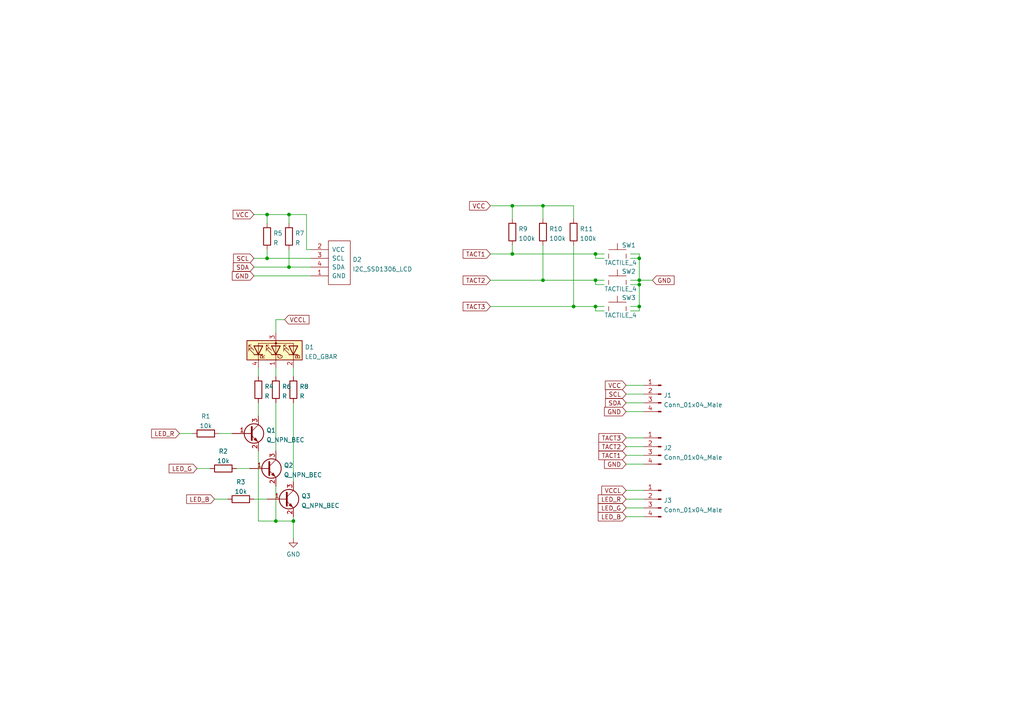
<source format=kicad_sch>
(kicad_sch (version 20211123) (generator eeschema)
  (paper "A4")
  (lib_symbols
    (symbol "Connector:Conn_01x04_Male" (pin_names (offset 1.016) hide)
      (property "Reference" "J" (at 0 5.08 0))
      (property "Value" "Conn_01x04_Male" (at 0 -7.62 0))
      (symbol "Conn_01x04_Male_1_1"
        (polyline (pts (xy 1.27 -5.08) (xy 0.8636 -5.08)) (stroke (width 0.1524)))
        (polyline (pts (xy 1.27 -2.54) (xy 0.8636 -2.54)) (stroke (width 0.1524)))
        (polyline (pts (xy 1.27 0) (xy 0.8636 0)) (stroke (width 0.1524)))
        (polyline (pts (xy 1.27 2.54) (xy 0.8636 2.54)) (stroke (width 0.1524)))
        (rectangle (start 0.8636 -4.953) (end 0 -5.207) (stroke (width 0.1524)) (fill (type outline)))
        (rectangle (start 0.8636 -2.413) (end 0 -2.667) (stroke (width 0.1524)) (fill (type outline)))
        (rectangle (start 0.8636 0.127) (end 0 -0.127) (stroke (width 0.1524)) (fill (type outline)))
        (rectangle (start 0.8636 2.667) (end 0 2.413) (stroke (width 0.1524)) (fill (type outline)))
        (pin passive line (at 5.08 2.54 180) (length 3.81) (name "Pin_1") (number "1"))
        (pin passive line (at 5.08 0 180) (length 3.81) (name "Pin_2") (number "2"))
        (pin passive line (at 5.08 -2.54 180) (length 3.81) (name "Pin_3") (number "3"))
        (pin passive line (at 5.08 -5.08 180) (length 3.81) (name "Pin_4") (number "4"))
      )
    )
    (symbol "Device:LED_GBAR" (pin_names (offset 0) hide)
      (property "Reference" "D" (at 0 9.398 0))
      (property "Value" "LED_GBAR" (at 0 -8.89 0))
      (symbol "LED_GBAR_0_0"
        (text "B" (at -1.905 -6.35 0) (effects (font (size 1.27 1.27))))
        (text "G" (at -1.905 -1.27 0) (effects (font (size 1.27 1.27))))
        (text "R" (at -1.905 3.81 0) (effects (font (size 1.27 1.27))))
      )
      (symbol "LED_GBAR_0_1"
        (polyline (pts (xy -1.27 -5.08) (xy -2.54 -5.08)))
        (polyline (pts (xy -1.27 -5.08) (xy 1.27 -5.08)))
        (polyline (pts (xy -1.27 -3.81) (xy -1.27 -6.35)) (stroke (width 0.254)))
        (polyline (pts (xy -1.27 0) (xy -2.54 0)))
        (polyline (pts (xy -1.27 1.27) (xy -1.27 -1.27)) (stroke (width 0.254)))
        (polyline (pts (xy -1.27 5.08) (xy -2.54 5.08)))
        (polyline (pts (xy -1.27 5.08) (xy 1.27 5.08)))
        (polyline (pts (xy -1.27 6.35) (xy -1.27 3.81)) (stroke (width 0.254)))
        (polyline (pts (xy 1.27 0) (xy -1.27 0)))
        (polyline (pts (xy 1.27 0) (xy 2.54 0)))
        (polyline (pts (xy -1.27 1.27) (xy -1.27 -1.27) (xy -1.27 -1.27)))
        (polyline (pts (xy -1.27 6.35) (xy -1.27 3.81) (xy -1.27 3.81)))
        (polyline (pts (xy 1.27 -5.08) (xy 2.032 -5.08) (xy 2.032 5.08) (xy 1.27 5.08)))
        (polyline (pts (xy 1.27 -3.81) (xy 1.27 -6.35) (xy -1.27 -5.08) (xy 1.27 -3.81)) (stroke (width 0.254)))
        (polyline (pts (xy 1.27 1.27) (xy 1.27 -1.27) (xy -1.27 0) (xy 1.27 1.27)) (stroke (width 0.254)))
        (polyline (pts (xy 1.27 6.35) (xy 1.27 3.81) (xy -1.27 5.08) (xy 1.27 6.35)) (stroke (width 0.254)))
        (polyline (pts (xy -1.016 -3.81) (xy 0.508 -2.286) (xy -0.254 -2.286) (xy 0.508 -2.286) (xy 0.508 -3.048)))
        (polyline (pts (xy -1.016 1.27) (xy 0.508 2.794) (xy -0.254 2.794) (xy 0.508 2.794) (xy 0.508 2.032)))
        (polyline (pts (xy -1.016 6.35) (xy 0.508 7.874) (xy -0.254 7.874) (xy 0.508 7.874) (xy 0.508 7.112)))
        (polyline (pts (xy 0 -3.81) (xy 1.524 -2.286) (xy 0.762 -2.286) (xy 1.524 -2.286) (xy 1.524 -3.048)))
        (polyline (pts (xy 0 1.27) (xy 1.524 2.794) (xy 0.762 2.794) (xy 1.524 2.794) (xy 1.524 2.032)))
        (polyline (pts (xy 0 6.35) (xy 1.524 7.874) (xy 0.762 7.874) (xy 1.524 7.874) (xy 1.524 7.112)))
        (rectangle (start 1.27 -1.27) (end 1.27 1.27))
        (rectangle (start 1.27 1.27) (end 1.27 1.27))
        (rectangle (start 1.27 3.81) (end 1.27 6.35))
        (rectangle (start 1.27 6.35) (end 1.27 6.35))
        (circle (center 2.032 0) (radius 0.254) (fill (type outline)))
        (rectangle (start 2.794 8.382) (end -2.794 -7.62) (stroke (width 0.254)) (fill (type background)))
      )
      (symbol "LED_GBAR_1_1"
        (pin passive line (at -5.08 0 0) (length 2.54) (name "GK") (number "1"))
        (pin passive line (at -5.08 -5.08 0) (length 2.54) (name "BK") (number "2"))
        (pin passive line (at 5.08 0 180) (length 2.54) (name "A") (number "3"))
        (pin passive line (at -5.08 5.08 0) (length 2.54) (name "RK") (number "4"))
      )
    )
    (symbol "Device:Q_NPN_BEC" (pin_names (offset 0) hide)
      (property "Reference" "Q" (at 5.08 1.27 0))
      (property "Value" "Q_NPN_BEC" (at 5.08 -1.27 0))
      (symbol "Q_NPN_BEC_0_1"
        (polyline (pts (xy 0.635 0.635) (xy 2.54 2.54)))
        (polyline (pts (xy 0.635 -0.635) (xy 2.54 -2.54) (xy 2.54 -2.54)))
        (polyline (pts (xy 0.635 1.905) (xy 0.635 -1.905) (xy 0.635 -1.905)) (stroke (width 0.508)))
        (polyline (pts (xy 1.27 -1.778) (xy 1.778 -1.27) (xy 2.286 -2.286) (xy 1.27 -1.778) (xy 1.27 -1.778)) (fill (type outline)))
        (circle (center 1.27 0) (radius 2.8194) (stroke (width 0.254)))
      )
      (symbol "Q_NPN_BEC_1_1"
        (pin input line (at -5.08 0 0) (length 5.715) (name "B") (number "1"))
        (pin passive line (at 2.54 -5.08 90) (length 2.54) (name "E") (number "2"))
        (pin passive line (at 2.54 5.08 270) (length 2.54) (name "C") (number "3"))
      )
    )
    (symbol "Device:R" (pin_numbers hide) (pin_names (offset 0))
      (property "Reference" "R" (at 2.032 0 90))
      (property "Value" "R" (at 0 0 90))
      (symbol "R_0_1"
        (rectangle (start -1.016 -2.54) (end 1.016 2.54) (stroke (width 0.254)))
      )
      (symbol "R_1_1"
        (pin passive line (at 0 3.81 270) (length 1.27) (name "~") (number "1"))
        (pin passive line (at 0 -3.81 90) (length 1.27) (name "~") (number "2"))
      )
    )
    (symbol "Ninja-qPCR:I2C_SSD1306_LCD" (pin_names (offset 1.016))
      (property "Reference" "D" (at 2.54 3.81 0))
      (property "Value" "I2C_SSD1306_LCD" (at 3.81 -12.7 0))
      (symbol "I2C_SSD1306_LCD_0_1"
        (rectangle (start 0 2.54) (end 6.35 -10.16))
      )
      (symbol "I2C_SSD1306_LCD_1_1"
        (pin input line (at -5.08 -7.62 0) (length 5.08) (name "GND") (number "1"))
        (pin input line (at -5.08 0 0) (length 5.08) (name "VCC") (number "2"))
        (pin input line (at -5.08 -2.54 0) (length 5.08) (name "SCL") (number "3"))
        (pin input line (at -5.08 -5.08 0) (length 5.08) (name "SDA") (number "4"))
      )
    )
    (symbol "Ninja-qPCR:TACTILE_4" (pin_numbers hide) (pin_names (offset 1.016) hide)
      (property "Reference" "SW" (at 1.27 2.54 0))
      (property "Value" "TACTILE_4" (at 0 -3.81 0))
      (symbol "TACTILE_4_0_1"
        (polyline (pts (xy -2.54 0) (xy -2.54 -1.27)))
        (polyline (pts (xy 0 1.27) (xy 0 3.048)))
        (polyline (pts (xy 2.54 0) (xy 2.54 -1.27)))
        (polyline (pts (xy 2.54 1.27) (xy -2.54 1.27)))
      )
      (symbol "TACTILE_4_1_1"
        (pin passive line (at -3.81 0 0) (length 2.54) hide (name "1") (number "1"))
        (pin passive line (at -3.81 -1.27 0) (length 2.54) hide (name "2") (number "2"))
        (pin passive line (at 3.81 0 180) (length 2.54) hide (name "3") (number "3"))
        (pin passive line (at 3.81 -1.27 180) (length 2.54) hide (name "4") (number "4"))
      )
    )
    (symbol "power:GND" (power) (pin_names (offset 0))
      (property "Value" "GND" (at 0 -3.81 0))
      (symbol "GND_0_1"
        (polyline (pts (xy 0 0) (xy 0 -1.27) (xy 1.27 -1.27) (xy 0 -2.54) (xy -1.27 -1.27) (xy 0 -1.27)))
      )
      (symbol "GND_1_1"
        (pin power_in line (at 0 0 270) (length 0) hide (name "GND") (number "1"))
      )
    )
  )
  (junction (at 185.42 82.55))
  (junction (at 85.09 151.13))
  (junction (at 157.48 59.69))
  (junction (at 83.82 77.47))
  (junction (at 77.47 74.93))
  (junction (at 77.47 62.23))
  (junction (at 80.01 151.13))
  (junction (at 148.59 59.69))
  (junction (at 172.72 73.66))
  (junction (at 83.82 62.23))
  (junction (at 172.72 88.9))
  (junction (at 185.42 88.9))
  (junction (at 166.37 88.9))
  (junction (at 172.72 81.28))
  (junction (at 185.42 81.28))
  (junction (at 185.42 74.93))
  (junction (at 157.48 81.28))
  (junction (at 148.59 73.66))
  (wire (pts (xy 74.93 151.13) (xy 80.01 151.13)))
  (wire (pts (xy 142.24 59.69) (xy 148.59 59.69)))
  (wire (pts (xy 80.01 92.71) (xy 80.01 96.52)))
  (wire (pts (xy 74.93 106.68) (xy 74.93 109.22)))
  (wire (pts (xy 85.09 106.68) (xy 85.09 109.22)))
  (wire (pts (xy 185.42 81.28) (xy 185.42 82.55)))
  (wire (pts (xy 52.07 125.73) (xy 55.88 125.73)))
  (wire (pts (xy 63.5 125.73) (xy 67.31 125.73)))
  (wire (pts (xy 142.24 88.9) (xy 166.37 88.9)))
  (wire (pts (xy 57.15 135.89) (xy 60.96 135.89)))
  (wire (pts (xy 83.82 77.47) (xy 90.17 77.47)))
  (wire (pts (xy 166.37 88.9) (xy 172.72 88.9)))
  (wire (pts (xy 73.66 74.93) (xy 77.47 74.93)))
  (wire (pts (xy 157.48 59.69) (xy 166.37 59.69)))
  (wire (pts (xy 181.61 142.24) (xy 186.69 142.24)))
  (wire (pts (xy 85.09 116.84) (xy 85.09 139.7)))
  (wire (pts (xy 148.59 71.12) (xy 148.59 73.66)))
  (wire (pts (xy 185.42 88.9) (xy 185.42 90.17)))
  (wire (pts (xy 157.48 71.12) (xy 157.48 81.28)))
  (wire (pts (xy 175.26 82.55) (xy 172.72 82.55)))
  (wire (pts (xy 181.61 147.32) (xy 186.69 147.32)))
  (wire (pts (xy 181.61 116.84) (xy 186.69 116.84)))
  (wire (pts (xy 85.09 151.13) (xy 85.09 156.21)))
  (wire (pts (xy 181.61 129.54) (xy 186.69 129.54)))
  (wire (pts (xy 77.47 62.23) (xy 83.82 62.23)))
  (wire (pts (xy 181.61 134.62) (xy 186.69 134.62)))
  (wire (pts (xy 62.23 144.78) (xy 66.04 144.78)))
  (wire (pts (xy 185.42 82.55) (xy 185.42 88.9)))
  (wire (pts (xy 142.24 73.66) (xy 148.59 73.66)))
  (wire (pts (xy 82.55 92.71) (xy 80.01 92.71)))
  (wire (pts (xy 74.93 130.81) (xy 74.93 151.13)))
  (wire (pts (xy 175.26 74.93) (xy 172.72 74.93)))
  (wire (pts (xy 172.72 81.28) (xy 172.72 82.55)))
  (wire (pts (xy 182.88 88.9) (xy 185.42 88.9)))
  (wire (pts (xy 148.59 59.69) (xy 157.48 59.69)))
  (wire (pts (xy 80.01 151.13) (xy 85.09 151.13)))
  (wire (pts (xy 181.61 144.78) (xy 186.69 144.78)))
  (wire (pts (xy 80.01 106.68) (xy 80.01 109.22)))
  (wire (pts (xy 172.72 73.66) (xy 172.72 74.93)))
  (wire (pts (xy 157.48 59.69) (xy 157.48 63.5)))
  (wire (pts (xy 166.37 63.5) (xy 166.37 59.69)))
  (wire (pts (xy 88.9 62.23) (xy 88.9 72.39)))
  (wire (pts (xy 73.66 62.23) (xy 77.47 62.23)))
  (wire (pts (xy 172.72 88.9) (xy 172.72 90.17)))
  (wire (pts (xy 148.59 59.69) (xy 148.59 63.5)))
  (wire (pts (xy 175.26 90.17) (xy 172.72 90.17)))
  (wire (pts (xy 148.59 73.66) (xy 172.72 73.66)))
  (wire (pts (xy 68.58 135.89) (xy 72.39 135.89)))
  (wire (pts (xy 80.01 140.97) (xy 80.01 151.13)))
  (wire (pts (xy 181.61 149.86) (xy 186.69 149.86)))
  (wire (pts (xy 182.88 82.55) (xy 185.42 82.55)))
  (wire (pts (xy 80.01 116.84) (xy 80.01 130.81)))
  (wire (pts (xy 182.88 90.17) (xy 185.42 90.17)))
  (wire (pts (xy 85.09 149.86) (xy 85.09 151.13)))
  (wire (pts (xy 166.37 71.12) (xy 166.37 88.9)))
  (wire (pts (xy 181.61 132.08) (xy 186.69 132.08)))
  (wire (pts (xy 172.72 73.66) (xy 175.26 73.66)))
  (wire (pts (xy 181.61 119.38) (xy 186.69 119.38)))
  (wire (pts (xy 181.61 114.3) (xy 186.69 114.3)))
  (wire (pts (xy 181.61 111.76) (xy 186.69 111.76)))
  (wire (pts (xy 73.66 144.78) (xy 77.47 144.78)))
  (wire (pts (xy 83.82 62.23) (xy 83.82 64.77)))
  (wire (pts (xy 73.66 77.47) (xy 83.82 77.47)))
  (wire (pts (xy 157.48 81.28) (xy 172.72 81.28)))
  (wire (pts (xy 83.82 72.39) (xy 83.82 77.47)))
  (wire (pts (xy 83.82 62.23) (xy 88.9 62.23)))
  (wire (pts (xy 142.24 81.28) (xy 157.48 81.28)))
  (wire (pts (xy 182.88 73.66) (xy 185.42 73.66)))
  (wire (pts (xy 77.47 72.39) (xy 77.47 74.93)))
  (wire (pts (xy 182.88 81.28) (xy 185.42 81.28)))
  (wire (pts (xy 74.93 116.84) (xy 74.93 120.65)))
  (wire (pts (xy 185.42 81.28) (xy 189.23 81.28)))
  (wire (pts (xy 185.42 73.66) (xy 185.42 74.93)))
  (wire (pts (xy 88.9 72.39) (xy 90.17 72.39)))
  (wire (pts (xy 182.88 74.93) (xy 185.42 74.93)))
  (wire (pts (xy 172.72 81.28) (xy 175.26 81.28)))
  (wire (pts (xy 185.42 74.93) (xy 185.42 81.28)))
  (wire (pts (xy 73.66 80.01) (xy 90.17 80.01)))
  (wire (pts (xy 77.47 62.23) (xy 77.47 64.77)))
  (wire (pts (xy 77.47 74.93) (xy 90.17 74.93)))
  (wire (pts (xy 181.61 127) (xy 186.69 127)))
  (wire (pts (xy 172.72 88.9) (xy 175.26 88.9)))
  (global_label "VCCL" (shape input) (at 82.55 92.71 0) (property "Intersheet References" "${INTERSHEET_REFS}" (effects hide)))
  (global_label "TACT3" (shape input) (at 181.61 127 180) (property "Intersheet References" "${INTERSHEET_REFS}" (effects hide)))
  (global_label "TACT1" (shape input) (at 181.61 132.08 180) (property "Intersheet References" "${INTERSHEET_REFS}" (effects hide)))
  (global_label "LED_G" (shape input) (at 181.61 147.32 180) (property "Intersheet References" "${INTERSHEET_REFS}" (effects hide)))
  (global_label "TACT1" (shape input) (at 142.24 73.66 180) (property "Intersheet References" "${INTERSHEET_REFS}" (effects hide)))
  (global_label "GND" (shape input) (at 181.61 134.62 180) (property "Intersheet References" "${INTERSHEET_REFS}" (effects hide)))
  (global_label "LED_B" (shape input) (at 62.23 144.78 180) (property "Intersheet References" "${INTERSHEET_REFS}" (effects hide)))
  (global_label "GND" (shape input) (at 189.23 81.28 0) (property "Intersheet References" "${INTERSHEET_REFS}" (effects hide)))
  (global_label "TACT2" (shape input) (at 142.24 81.28 180) (property "Intersheet References" "${INTERSHEET_REFS}" (effects hide)))
  (global_label "SDA" (shape input) (at 73.66 77.47 180) (property "Intersheet References" "${INTERSHEET_REFS}" (effects hide)))
  (global_label "VCC" (shape input) (at 142.24 59.69 180) (property "Intersheet References" "${INTERSHEET_REFS}" (effects hide)))
  (global_label "SCL" (shape input) (at 181.61 114.3 180) (property "Intersheet References" "${INTERSHEET_REFS}" (effects hide)))
  (global_label "LED_R" (shape input) (at 181.61 144.78 180) (property "Intersheet References" "${INTERSHEET_REFS}" (effects hide)))
  (global_label "VCCL" (shape input) (at 181.61 142.24 180) (property "Intersheet References" "${INTERSHEET_REFS}" (effects hide)))
  (global_label "TACT3" (shape input) (at 142.24 88.9 180) (property "Intersheet References" "${INTERSHEET_REFS}" (effects hide)))
  (global_label "LED_R" (shape input) (at 52.07 125.73 180) (property "Intersheet References" "${INTERSHEET_REFS}" (effects hide)))
  (global_label "GND" (shape input) (at 181.61 119.38 180) (property "Intersheet References" "${INTERSHEET_REFS}" (effects hide)))
  (global_label "GND" (shape input) (at 73.66 80.01 180) (property "Intersheet References" "${INTERSHEET_REFS}" (effects hide)))
  (global_label "LED_G" (shape input) (at 57.15 135.89 180) (property "Intersheet References" "${INTERSHEET_REFS}" (effects hide)))
  (global_label "SCL" (shape input) (at 73.66 74.93 180) (property "Intersheet References" "${INTERSHEET_REFS}" (effects hide)))
  (global_label "SDA" (shape input) (at 181.61 116.84 180) (property "Intersheet References" "${INTERSHEET_REFS}" (effects hide)))
  (global_label "VCC" (shape input) (at 73.66 62.23 180) (property "Intersheet References" "${INTERSHEET_REFS}" (effects hide)))
  (global_label "VCC" (shape input) (at 181.61 111.76 180) (property "Intersheet References" "${INTERSHEET_REFS}" (effects hide)))
  (global_label "LED_B" (shape input) (at 181.61 149.86 180) (property "Intersheet References" "${INTERSHEET_REFS}" (effects hide)))
  (global_label "TACT2" (shape input) (at 181.61 129.54 180) (property "Intersheet References" "${INTERSHEET_REFS}" (effects hide)))
  (symbol (lib_id "Device:R") (at 69.85 144.78 90) (unit 1)
    (property "Reference" "R3" (at 69.85 139.7975 90))
    (property "Value" "10k" (at 69.85 142.5726 90))
    (property "Footprint" "Resistor_SMD:R_0603_1608Metric" (effects hide))
  )
  (symbol (lib_id "Device:R") (at 59.69 125.73 90) (unit 1)
    (property "Reference" "R1" (at 59.69 120.7475 90))
    (property "Value" "10k" (at 59.69 123.5226 90))
    (property "Footprint" "Resistor_SMD:R_0603_1608Metric" (effects hide))
  )
  (symbol (lib_id "Connector:Conn_01x04_Male") (at 191.77 129.54 0) (mirror y) (unit 1)
    (property "Reference" "J2" (at 192.4812 129.9015 0) (effects (justify right)))
    (property "Value" "Conn_01x04_Male" (at 192.4812 132.6766 0) (effects (justify right)))
    (property "Footprint" "Connector_PinHeader_2.54mm:PinHeader_1x04_P2.54mm_Vertical" (effects hide))
  )
  (symbol (lib_id "power:GND") (at 85.09 156.21 0) (unit 1)
    (property "Reference" "#PWR01" (effects hide))
    (property "Value" "GND" (at 85.09 160.7725 0))
  )
  (symbol (lib_id "Device:R") (at 77.47 68.58 0) (unit 1)
    (property "Reference" "R5" (at 79.248 67.6715 0) (effects (justify left)))
    (property "Value" "R" (at 79.248 70.4466 0) (effects (justify left)))
    (property "Footprint" "Resistor_SMD:R_0603_1608Metric" (effects hide))
  )
  (symbol (lib_id "Device:R") (at 74.93 113.03 0) (unit 1)
    (property "Reference" "R4" (at 76.708 112.1215 0) (effects (justify left)))
    (property "Value" "R" (at 76.708 114.8966 0) (effects (justify left)))
    (property "Footprint" "Resistor_SMD:R_0603_1608Metric" (effects hide))
  )
  (symbol (lib_id "Device:Q_NPN_BEC") (at 77.47 135.89 0) (unit 1)
    (property "Reference" "Q2" (at 82.3214 134.9815 0) (effects (justify left)))
    (property "Value" "Q_NPN_BEC" (at 82.3214 137.7566 0) (effects (justify left)))
    (property "Footprint" "Package_TO_SOT_SMD:SOT-23" (effects hide))
  )
  (symbol (lib_id "Device:R") (at 148.59 67.31 0) (unit 1)
    (property "Reference" "R9" (at 150.368 66.4015 0) (effects (justify left)))
    (property "Value" "100k" (at 150.368 69.1766 0) (effects (justify left)))
    (property "Footprint" "Resistor_SMD:R_0603_1608Metric" (effects hide))
  )
  (symbol (lib_id "Device:R") (at 157.48 67.31 0) (unit 1)
    (property "Reference" "R10" (at 159.258 66.4015 0) (effects (justify left)))
    (property "Value" "100k" (at 159.258 69.1766 0) (effects (justify left)))
    (property "Footprint" "Resistor_SMD:R_0603_1608Metric" (effects hide))
  )
  (symbol (lib_id "Device:R") (at 85.09 113.03 0) (unit 1)
    (property "Reference" "R8" (at 86.868 112.1215 0) (effects (justify left)))
    (property "Value" "R" (at 86.868 114.8966 0) (effects (justify left)))
    (property "Footprint" "Resistor_SMD:R_0603_1608Metric" (effects hide))
  )
  (symbol (lib_id "Device:Q_NPN_BEC") (at 82.55 144.78 0) (unit 1)
    (property "Reference" "Q3" (at 87.4014 143.8715 0) (effects (justify left)))
    (property "Value" "Q_NPN_BEC" (at 87.4014 146.6466 0) (effects (justify left)))
    (property "Footprint" "Package_TO_SOT_SMD:SOT-23" (effects hide))
  )
  (symbol (lib_id "Device:R") (at 166.37 67.31 0) (unit 1)
    (property "Reference" "R11" (at 168.148 66.4015 0) (effects (justify left)))
    (property "Value" "100k" (at 168.148 69.1766 0) (effects (justify left)))
    (property "Footprint" "Resistor_SMD:R_0603_1608Metric" (effects hide))
  )
  (symbol (lib_id "Device:Q_NPN_BEC") (at 72.39 125.73 0) (unit 1)
    (property "Reference" "Q1" (at 77.2414 124.8215 0) (effects (justify left)))
    (property "Value" "Q_NPN_BEC" (at 77.2414 127.5966 0) (effects (justify left)))
    (property "Footprint" "Package_TO_SOT_SMD:SOT-23" (effects hide))
  )
  (symbol (lib_id "Device:R") (at 64.77 135.89 90) (unit 1)
    (property "Reference" "R2" (at 64.77 130.9075 90))
    (property "Value" "10k" (at 64.77 133.6826 90))
    (property "Footprint" "Resistor_SMD:R_0603_1608Metric" (effects hide))
  )
  (symbol (lib_id "Ninja-qPCR:TACTILE_4") (at 179.07 88.9 0) (unit 1)
    (property "Reference" "SW3" (at 180.34 86.36 0) (effects (justify left)))
    (property "Value" "TACTILE_4" (at 175.26 91.44 0) (effects (justify left)))
    (property "Footprint" "Ninja-qPCR:SW_TH_Tactile_Omron_B3F-10xx" (effects hide))
    (property "Datasheet" "http://www.apem.com/int/index.php?controller=attachment&id_attachment=488" (effects hide))
  )
  (symbol (lib_id "Device:R") (at 80.01 113.03 0) (unit 1)
    (property "Reference" "R6" (at 81.788 112.1215 0) (effects (justify left)))
    (property "Value" "R" (at 81.788 114.8966 0) (effects (justify left)))
    (property "Footprint" "Resistor_SMD:R_0603_1608Metric" (effects hide))
  )
  (symbol (lib_id "Device:LED_GBAR") (at 80.01 101.6 90) (unit 1)
    (property "Reference" "D1" (at 88.392 100.6915 90) (effects (justify right)))
    (property "Value" "LED_GBAR" (at 88.392 103.4666 90) (effects (justify right)))
    (property "Footprint" "LED_THT:LED_D5.0mm-4_RGB" (effects hide))
  )
  (symbol (lib_id "Ninja-qPCR:TACTILE_4") (at 179.07 73.66 0) (unit 1)
    (property "Reference" "SW1" (at 180.34 71.12 0) (effects (justify left)))
    (property "Value" "TACTILE_4" (at 175.26 76.2 0) (effects (justify left)))
    (property "Footprint" "Ninja-qPCR:SW_TH_Tactile_Omron_B3F-10xx" (effects hide))
    (property "Datasheet" "http://www.apem.com/int/index.php?controller=attachment&id_attachment=488" (effects hide))
  )
  (symbol (lib_id "Device:R") (at 83.82 68.58 0) (unit 1)
    (property "Reference" "R7" (at 85.598 67.6715 0) (effects (justify left)))
    (property "Value" "R" (at 85.598 70.4466 0) (effects (justify left)))
    (property "Footprint" "Resistor_SMD:R_0603_1608Metric" (effects hide))
  )
  (symbol (lib_id "Ninja-qPCR:I2C_SSD1306_LCD") (at 95.25 72.39 0) (unit 1)
    (property "Reference" "D2" (at 102.235 75.2915 0) (effects (justify left)))
    (property "Value" "I2C_SSD1306_LCD" (at 102.235 78.0666 0) (effects (justify left)))
    (property "Footprint" "Ninja-qPCR:I2C_SSD1306_LCD" (effects hide))
  )
  (symbol (lib_id "Connector:Conn_01x04_Male") (at 191.77 114.3 0) (mirror y) (unit 1)
    (property "Reference" "J1" (at 192.4812 114.6615 0) (effects (justify right)))
    (property "Value" "Conn_01x04_Male" (at 192.4812 117.4366 0) (effects (justify right)))
    (property "Footprint" "Connector_PinHeader_2.54mm:PinHeader_1x04_P2.54mm_Vertical" (effects hide))
  )
  (symbol (lib_id "Connector:Conn_01x04_Male") (at 191.77 144.78 0) (mirror y) (unit 1)
    (property "Reference" "J3" (at 192.4812 145.1415 0) (effects (justify right)))
    (property "Value" "Conn_01x04_Male" (at 192.4812 147.9166 0) (effects (justify right)))
    (property "Footprint" "Connector_PinHeader_2.54mm:PinHeader_1x04_P2.54mm_Vertical" (effects hide))
  )
  (symbol (lib_id "Ninja-qPCR:TACTILE_4") (at 179.07 81.28 0) (unit 1)
    (property "Reference" "SW2" (at 180.34 78.74 0) (effects (justify left)))
    (property "Value" "TACTILE_4" (at 175.26 83.82 0) (effects (justify left)))
    (property "Footprint" "Ninja-qPCR:SW_TH_Tactile_Omron_B3F-10xx" (effects hide))
    (property "Datasheet" "http://www.apem.com/int/index.php?controller=attachment&id_attachment=488" (effects hide))
  )
)
</source>
